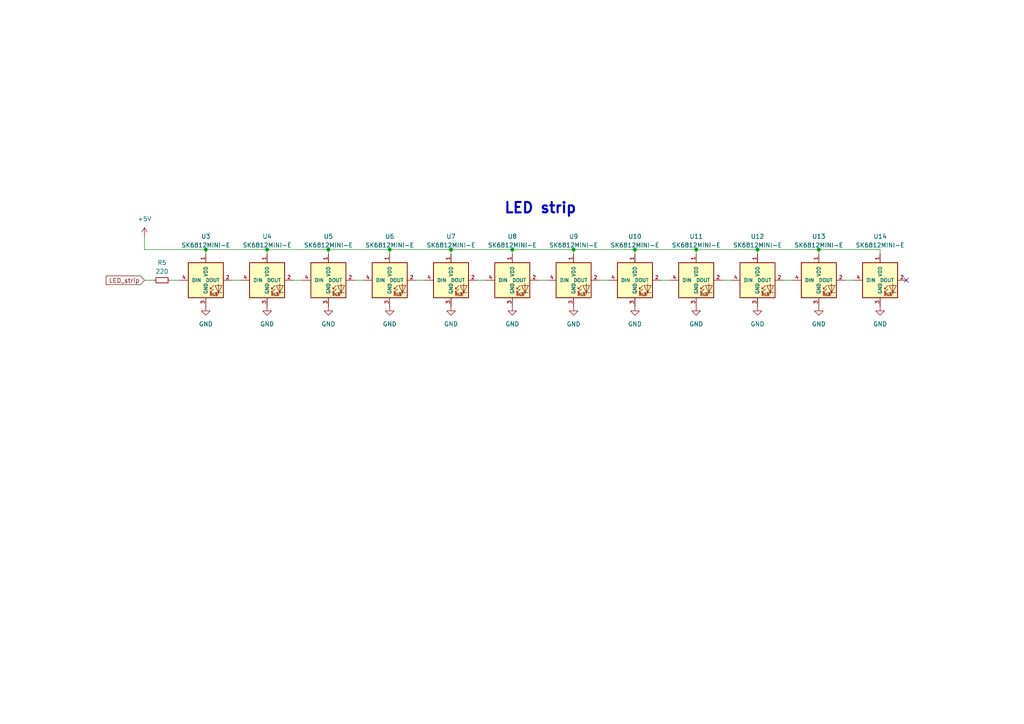
<source format=kicad_sch>
(kicad_sch (version 20230121) (generator eeschema)
  (paper "A4")
  (lib_symbols
    (symbol "PUTRocketLab_supply:GND" (power) (pin_names (offset 0))
      (property "Value" "GND" (at 0 -3.81 0))
      (symbol "GND_0_1"
        (polyline (pts (xy 0 0) (xy 0 -1.27) (xy 1.27 -1.27) (xy 0 -2.54) (xy -1.27 -1.27) (xy 0 -1.27)))
      )
      (symbol "GND_1_1"
        (pin power_in line (at 0 0 270) (length 0) hide (name "GND") (number "1"))
      )
    )
    (symbol "PUT_RocketLab_misc:SK6812MINI-E" (pin_names (offset 1.016))
      (property "Reference" "U" (at 3.81 5.08 0))
      (property "Value" "SK6812MINI-E" (at -6.35 -10.16 0))
      (symbol "SK6812MINI-E_0_0"
        (text "RGB" (at 3.556 -4.191 0) (effects (font (size 0.762 0.762))))
      )
      (symbol "SK6812MINI-E_0_1"
        (polyline (pts (xy 2.54 -3.556) (xy 3.048 -3.556)))
        (polyline (pts (xy 2.54 -2.54) (xy 3.048 -2.54)))
        (polyline (pts (xy 5.969 -3.556) (xy 3.937 -3.556)))
        (polyline (pts (xy 3.556 -2.54) (xy 2.54 -3.556) (xy 2.54 -3.048)))
        (polyline (pts (xy 3.556 -1.524) (xy 2.54 -2.54) (xy 2.54 -2.032)))
        (polyline (pts (xy 4.953 -1.016) (xy 4.953 -3.556) (xy 4.953 -4.064)))
        (polyline (pts (xy 5.969 -1.524) (xy 3.937 -1.524) (xy 4.953 -3.556) (xy 5.969 -1.524)))
        (rectangle (start 6.35 5.08) (end -3.81 -5.08) (stroke (width 0.254)) (fill (type background)))
      )
      (symbol "SK6812MINI-E_1_0"
        (pin power_in line (at 1.27 7.62 270) (length 2.54) (name "VDD") (number "1"))
        (pin output line (at 8.89 0 180) (length 2.54) (name "DOUT") (number "2"))
        (pin bidirectional line (at 1.27 -7.62 90) (length 2.54) (name "GND") (number "3"))
        (pin power_in line (at -6.35 0 0) (length 2.54) (name "DIN") (number "4"))
      )
    )
    (symbol "PUT_RocketLab_power:+5V" (power) (pin_names (offset 0))
      (property "Value" "+5V" (at 0 3.556 0))
      (symbol "+5V_0_1"
        (polyline (pts (xy -0.762 1.27) (xy 0 2.54)))
        (polyline (pts (xy 0 0) (xy 0 2.54)))
        (polyline (pts (xy 0 2.54) (xy 0.762 1.27)))
      )
      (symbol "+5V_1_1"
        (pin power_in line (at 0 0 90) (length 0) hide (name "+5V") (number "1"))
      )
    )
    (symbol "PutRocketLab_RCL:R_Small" (pin_numbers hide) (pin_names (offset 0.254) hide)
      (property "Reference" "R" (at 0.762 0.508 0))
      (property "Value" "R_Small" (at 0.762 -1.016 0))
      (symbol "R_Small_0_1"
        (rectangle (start -0.762 1.778) (end 0.762 -1.778) (stroke (width 0.2032)))
      )
      (symbol "R_Small_1_1"
        (pin passive line (at 0 2.54 270) (length 0.762) (name "~") (number "1"))
        (pin passive line (at 0 -2.54 90) (length 0.762) (name "~") (number "2"))
      )
    )
  )
  (junction (at 113.03 72.39))
  (junction (at 184.15 72.39))
  (junction (at 130.81 72.39))
  (junction (at 148.59 72.39))
  (junction (at 59.69 72.39))
  (junction (at 237.49 72.39))
  (junction (at 219.71 72.39))
  (junction (at 95.25 72.39))
  (junction (at 201.93 72.39))
  (junction (at 77.47 72.39))
  (junction (at 166.37 72.39))
  (no_connect (at 262.89 81.28))
  (wire (pts (xy 77.47 73.66) (xy 77.47 72.39)))
  (wire (pts (xy 219.71 73.66) (xy 219.71 72.39)))
  (wire (pts (xy 191.77 81.28) (xy 194.31 81.28)))
  (wire (pts (xy 85.09 81.28) (xy 87.63 81.28)))
  (wire (pts (xy 245.11 81.28) (xy 247.65 81.28)))
  (wire (pts (xy 184.15 73.66) (xy 184.15 72.39)))
  (wire (pts (xy 166.37 73.66) (xy 166.37 72.39)))
  (wire (pts (xy 138.43 81.28) (xy 140.97 81.28)))
  (wire (pts (xy 219.71 72.39) (xy 237.49 72.39)))
  (wire (pts (xy 120.65 81.28) (xy 123.19 81.28)))
  (wire (pts (xy 113.03 72.39) (xy 130.81 72.39)))
  (wire (pts (xy 184.15 72.39) (xy 201.93 72.39)))
  (wire (pts (xy 67.31 81.28) (xy 69.85 81.28)))
  (wire (pts (xy 148.59 73.66) (xy 148.59 72.39)))
  (wire (pts (xy 41.91 72.39) (xy 59.69 72.39)))
  (wire (pts (xy 102.87 81.28) (xy 105.41 81.28)))
  (wire (pts (xy 201.93 73.66) (xy 201.93 72.39)))
  (wire (pts (xy 209.55 81.28) (xy 212.09 81.28)))
  (wire (pts (xy 130.81 73.66) (xy 130.81 72.39)))
  (wire (pts (xy 95.25 73.66) (xy 95.25 72.39)))
  (wire (pts (xy 201.93 72.39) (xy 219.71 72.39)))
  (wire (pts (xy 41.91 68.58) (xy 41.91 72.39)))
  (wire (pts (xy 255.27 73.66) (xy 255.27 72.39)))
  (wire (pts (xy 156.21 81.28) (xy 158.75 81.28)))
  (wire (pts (xy 227.33 81.28) (xy 229.87 81.28)))
  (wire (pts (xy 173.99 81.28) (xy 176.53 81.28)))
  (wire (pts (xy 59.69 73.66) (xy 59.69 72.39)))
  (wire (pts (xy 113.03 73.66) (xy 113.03 72.39)))
  (wire (pts (xy 95.25 72.39) (xy 113.03 72.39)))
  (wire (pts (xy 41.91 81.28) (xy 44.45 81.28)))
  (wire (pts (xy 166.37 72.39) (xy 184.15 72.39)))
  (wire (pts (xy 49.53 81.28) (xy 52.07 81.28)))
  (wire (pts (xy 237.49 72.39) (xy 237.49 73.66)))
  (wire (pts (xy 255.27 72.39) (xy 237.49 72.39)))
  (wire (pts (xy 59.69 72.39) (xy 77.47 72.39)))
  (wire (pts (xy 130.81 72.39) (xy 148.59 72.39)))
  (wire (pts (xy 148.59 72.39) (xy 166.37 72.39)))
  (wire (pts (xy 77.47 72.39) (xy 95.25 72.39)))
  (text "LED strip" (at 146.05 62.23 0) (effects (font (size 3 3) (thickness 0.6) bold) (justify left bottom)))
  (global_label "LED_strip" (shape input) (at 41.91 81.28 180) (property "Intersheetrefs" "${INTERSHEET_REFS}" (effects hide)))
  (symbol (lib_id "PUTRocketLab_supply:GND") (at 77.47 88.9 0) (unit 1)
    (property "Reference" "#PWR016" (effects hide))
    (property "Value" "GND" (at 77.47 93.98 0))
    (instances (project "keypad" (path "" (reference "#PWR016") (unit 1)) (path "" (reference "#PWR030") (unit 1))))
  )
  (symbol (lib_id "PUT_RocketLab_misc:SK6812MINI-E") (at 76.2 81.28 0) (unit 1)
    (property "Reference" "U4" (at 77.47 68.58 0))
    (property "Value" "SK6812MINI-E" (at 77.47 71.12 0))
    (instances (project "keypad" (path "" (reference "U4") (unit 1)) (path "" (reference "U16") (unit 1))))
  )
  (symbol (lib_id "PUT_RocketLab_misc:SK6812MINI-E") (at 111.76 81.28 0) (unit 1)
    (property "Reference" "U6" (at 113.03 68.58 0))
    (property "Value" "SK6812MINI-E" (at 113.03 71.12 0))
    (instances (project "keypad" (path "" (reference "U6") (unit 1)) (path "" (reference "U18") (unit 1))))
  )
  (symbol (lib_id "PUT_RocketLab_misc:SK6812MINI-E") (at 58.42 81.28 0) (unit 1)
    (property "Reference" "U3" (at 59.69 68.58 0))
    (property "Value" "SK6812MINI-E" (at 59.69 71.12 0))
    (instances (project "keypad" (path "" (reference "U3") (unit 1)) (path "" (reference "U15") (unit 1))))
  )
  (symbol (lib_id "PUTRocketLab_supply:GND") (at 148.59 88.9 0) (unit 1)
    (property "Reference" "#PWR020" (effects hide))
    (property "Value" "GND" (at 148.59 93.98 0))
    (instances (project "keypad" (path "" (reference "#PWR020") (unit 1)) (path "" (reference "#PWR034") (unit 1))))
  )
  (symbol (lib_id "PutRocketLab_RCL:R_Small") (at 46.99 81.28 270) (unit 1)
    (property "Reference" "R5" (at 46.99 76.2 90))
    (property "Value" "220" (at 46.99 78.74 90))
    (instances (project "keypad" (path "" (reference "R5") (unit 1)) (path "" (reference "R6") (unit 1))))
  )
  (symbol (lib_id "PUT_RocketLab_power:+5V") (at 41.91 68.58 0) (unit 1)
    (property "Reference" "#PWR027" (effects hide))
    (property "Value" "+5V" (at 41.91 63.5 0))
    (instances (project "keypad" (path "" (reference "#PWR027") (unit 1)) (path "" (reference "#PWR028") (unit 1))))
  )
  (symbol (lib_id "PUT_RocketLab_misc:SK6812MINI-E") (at 93.98 81.28 0) (unit 1)
    (property "Reference" "U5" (at 95.25 68.58 0))
    (property "Value" "SK6812MINI-E" (at 95.25 71.12 0))
    (instances (project "keypad" (path "" (reference "U5") (unit 1)) (path "" (reference "U17") (unit 1))))
  )
  (symbol (lib_id "PUT_RocketLab_misc:SK6812MINI-E") (at 182.88 81.28 0) (unit 1)
    (property "Reference" "U10" (at 184.15 68.58 0))
    (property "Value" "SK6812MINI-E" (at 184.15 71.12 0))
    (instances (project "keypad" (path "" (reference "U10") (unit 1)) (path "" (reference "U22") (unit 1))))
  )
  (symbol (lib_id "PUT_RocketLab_misc:SK6812MINI-E") (at 236.22 81.28 0) (unit 1)
    (property "Reference" "U13" (at 237.49 68.58 0))
    (property "Value" "SK6812MINI-E" (at 237.49 71.12 0))
    (instances (project "keypad" (path "" (reference "U13") (unit 1)) (path "" (reference "U25") (unit 1))))
  )
  (symbol (lib_id "PUT_RocketLab_misc:SK6812MINI-E") (at 254 81.28 0) (unit 1)
    (property "Reference" "U14" (at 255.27 68.58 0))
    (property "Value" "SK6812MINI-E" (at 255.27 71.12 0))
    (instances (project "keypad" (path "" (reference "U14") (unit 1)) (path "" (reference "U26") (unit 1))))
  )
  (symbol (lib_id "PUT_RocketLab_misc:SK6812MINI-E") (at 129.54 81.28 0) (unit 1)
    (property "Reference" "U7" (at 130.81 68.58 0))
    (property "Value" "SK6812MINI-E" (at 130.81 71.12 0))
    (instances (project "keypad" (path "" (reference "U7") (unit 1)) (path "" (reference "U19") (unit 1))))
  )
  (symbol (lib_id "PUT_RocketLab_misc:SK6812MINI-E") (at 200.66 81.28 0) (unit 1)
    (property "Reference" "U11" (at 201.93 68.58 0))
    (property "Value" "SK6812MINI-E" (at 201.93 71.12 0))
    (instances (project "keypad" (path "" (reference "U11") (unit 1)) (path "" (reference "U23") (unit 1))))
  )
  (symbol (lib_id "PUT_RocketLab_misc:SK6812MINI-E") (at 218.44 81.28 0) (unit 1)
    (property "Reference" "U12" (at 219.71 68.58 0))
    (property "Value" "SK6812MINI-E" (at 219.71 71.12 0))
    (instances (project "keypad" (path "" (reference "U12") (unit 1)) (path "" (reference "U24") (unit 1))))
  )
  (symbol (lib_id "PUT_RocketLab_misc:SK6812MINI-E") (at 165.1 81.28 0) (unit 1)
    (property "Reference" "U9" (at 166.37 68.58 0))
    (property "Value" "SK6812MINI-E" (at 166.37 71.12 0))
    (instances (project "keypad" (path "" (reference "U9") (unit 1)) (path "" (reference "U21") (unit 1))))
  )
  (symbol (lib_id "PUT_RocketLab_misc:SK6812MINI-E") (at 147.32 81.28 0) (unit 1)
    (property "Reference" "U8" (at 148.59 68.58 0))
    (property "Value" "SK6812MINI-E" (at 148.59 71.12 0))
    (instances (project "keypad" (path "" (reference "U8") (unit 1)) (path "" (reference "U20") (unit 1))))
  )
  (symbol (lib_id "PUTRocketLab_supply:GND") (at 95.25 88.9 0) (unit 1)
    (property "Reference" "#PWR017" (effects hide))
    (property "Value" "GND" (at 95.25 93.98 0))
    (instances (project "keypad" (path "" (reference "#PWR017") (unit 1)) (path "" (reference "#PWR031") (unit 1))))
  )
  (symbol (lib_id "PUTRocketLab_supply:GND") (at 201.93 88.9 0) (unit 1)
    (property "Reference" "#PWR023" (effects hide))
    (property "Value" "GND" (at 201.93 93.98 0))
    (instances (project "keypad" (path "" (reference "#PWR023") (unit 1)) (path "" (reference "#PWR037") (unit 1))))
  )
  (symbol (lib_id "PUTRocketLab_supply:GND") (at 113.03 88.9 0) (unit 1)
    (property "Reference" "#PWR018" (effects hide))
    (property "Value" "GND" (at 113.03 93.98 0))
    (instances (project "keypad" (path "" (reference "#PWR018") (unit 1)) (path "" (reference "#PWR032") (unit 1))))
  )
  (symbol (lib_id "PUTRocketLab_supply:GND") (at 237.49 88.9 0) (unit 1)
    (property "Reference" "#PWR025" (effects hide))
    (property "Value" "GND" (at 237.49 93.98 0))
    (instances (project "keypad" (path "" (reference "#PWR025") (unit 1)) (path "" (reference "#PWR039") (unit 1))))
  )
  (symbol (lib_id "PUTRocketLab_supply:GND") (at 255.27 88.9 0) (unit 1)
    (property "Reference" "#PWR026" (effects hide))
    (property "Value" "GND" (at 255.27 93.98 0))
    (instances (project "keypad" (path "" (reference "#PWR026") (unit 1)) (path "" (reference "#PWR040") (unit 1))))
  )
  (symbol (lib_id "PUTRocketLab_supply:GND") (at 184.15 88.9 0) (unit 1)
    (property "Reference" "#PWR022" (effects hide))
    (property "Value" "GND" (at 184.15 93.98 0))
    (instances (project "keypad" (path "" (reference "#PWR022") (unit 1)) (path "" (reference "#PWR036") (unit 1))))
  )
  (symbol (lib_id "PUTRocketLab_supply:GND") (at 166.37 88.9 0) (unit 1)
    (property "Reference" "#PWR021" (effects hide))
    (property "Value" "GND" (at 166.37 93.98 0))
    (instances (project "keypad" (path "" (reference "#PWR021") (unit 1)) (path "" (reference "#PWR035") (unit 1))))
  )
  (symbol (lib_id "PUTRocketLab_supply:GND") (at 130.81 88.9 0) (unit 1)
    (property "Reference" "#PWR019" (effects hide))
    (property "Value" "GND" (at 130.81 93.98 0))
    (instances (project "keypad" (path "" (reference "#PWR019") (unit 1)) (path "" (reference "#PWR033") (unit 1))))
  )
  (symbol (lib_id "PUTRocketLab_supply:GND") (at 59.69 88.9 0) (unit 1)
    (property "Reference" "#PWR015" (effects hide))
    (property "Value" "GND" (at 59.69 93.98 0))
    (instances (project "keypad" (path "" (reference "#PWR015") (unit 1)) (path "" (reference "#PWR029") (unit 1))))
  )
  (symbol (lib_id "PUTRocketLab_supply:GND") (at 219.71 88.9 0) (unit 1)
    (property "Reference" "#PWR024" (effects hide))
    (property "Value" "GND" (at 219.71 93.98 0))
    (instances (project "keypad" (path "" (reference "#PWR024") (unit 1)) (path "" (reference "#PWR038") (unit 1))))
  )
)
</source>
